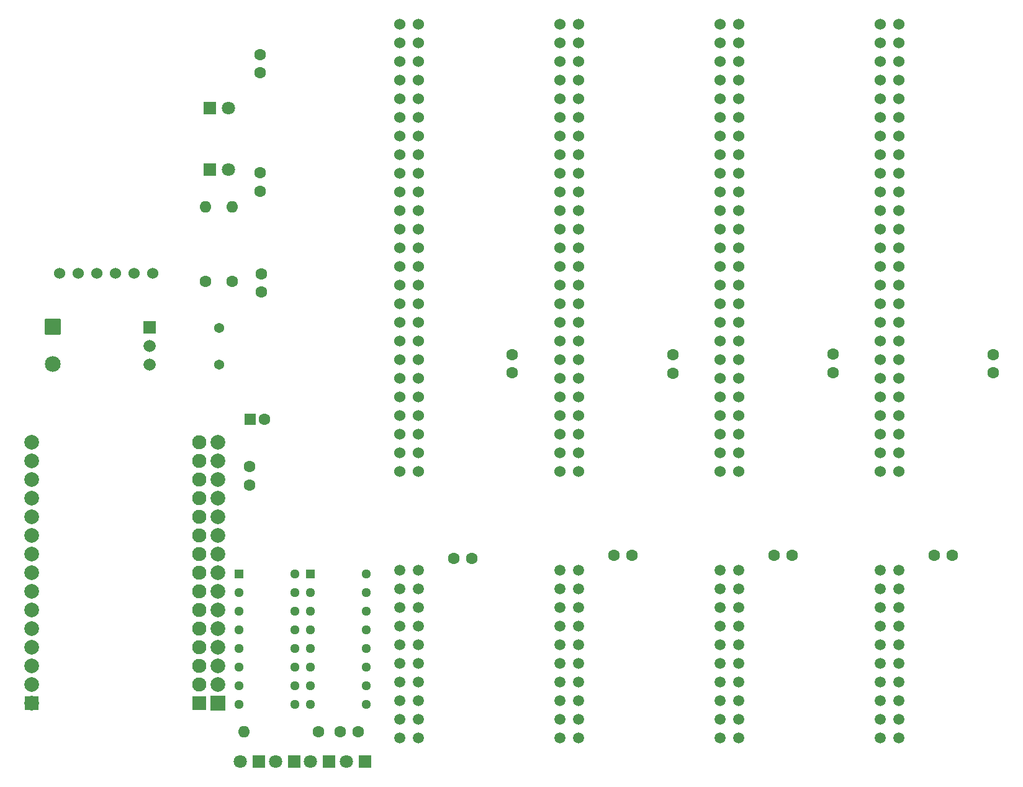
<source format=gbs>
G04 #@! TF.GenerationSoftware,KiCad,Pcbnew,(7.0.0)*
G04 #@! TF.CreationDate,2023-12-21T14:48:03-05:00*
G04 #@! TF.ProjectId,luminator,6c756d69-6e61-4746-9f72-2e6b69636164,rev?*
G04 #@! TF.SameCoordinates,Original*
G04 #@! TF.FileFunction,Soldermask,Bot*
G04 #@! TF.FilePolarity,Negative*
%FSLAX46Y46*%
G04 Gerber Fmt 4.6, Leading zero omitted, Abs format (unit mm)*
G04 Created by KiCad (PCBNEW (7.0.0)) date 2023-12-21 14:48:03*
%MOMM*%
%LPD*%
G01*
G04 APERTURE LIST*
G04 Aperture macros list*
%AMRoundRect*
0 Rectangle with rounded corners*
0 $1 Rounding radius*
0 $2 $3 $4 $5 $6 $7 $8 $9 X,Y pos of 4 corners*
0 Add a 4 corners polygon primitive as box body*
4,1,4,$2,$3,$4,$5,$6,$7,$8,$9,$2,$3,0*
0 Add four circle primitives for the rounded corners*
1,1,$1+$1,$2,$3*
1,1,$1+$1,$4,$5*
1,1,$1+$1,$6,$7*
1,1,$1+$1,$8,$9*
0 Add four rect primitives between the rounded corners*
20,1,$1+$1,$2,$3,$4,$5,0*
20,1,$1+$1,$4,$5,$6,$7,0*
20,1,$1+$1,$6,$7,$8,$9,0*
20,1,$1+$1,$8,$9,$2,$3,0*%
G04 Aperture macros list end*
%ADD10C,1.600000*%
%ADD11O,1.600000X1.600000*%
%ADD12R,1.800000X1.800000*%
%ADD13C,1.800000*%
%ADD14R,1.930000X1.930000*%
%ADD15C,1.930000*%
%ADD16R,1.600000X1.600000*%
%ADD17C,1.498600*%
%ADD18C,1.524000*%
%ADD19R,1.295400X1.295400*%
%ADD20C,1.295400*%
%ADD21R,1.665000X1.665000*%
%ADD22C,1.665000*%
%ADD23R,2.000000X2.000000*%
%ADD24C,2.000000*%
%ADD25RoundRect,0.102000X-0.975000X0.975000X-0.975000X-0.975000X0.975000X-0.975000X0.975000X0.975000X0*%
%ADD26C,2.154000*%
%ADD27C,1.371600*%
G04 APERTURE END LIST*
D10*
X88239600Y-130479800D03*
D11*
X78079599Y-130479799D03*
D12*
X80111599Y-134518399D03*
D13*
X77571600Y-134518400D03*
D12*
X84937599Y-134518399D03*
D13*
X82397600Y-134518400D03*
D12*
X89738199Y-134518399D03*
D13*
X87198200Y-134518400D03*
D12*
X94584599Y-134518399D03*
D13*
X92044600Y-134518400D03*
D10*
X93680600Y-130454400D03*
X91180600Y-130454400D03*
X78892400Y-96804800D03*
X78892400Y-94304800D03*
D14*
X72008999Y-126542799D03*
D15*
X72009000Y-124002800D03*
X72009000Y-121462800D03*
X72009000Y-118922800D03*
X72009000Y-116382800D03*
X72009000Y-113842800D03*
X72009000Y-111302800D03*
X72009000Y-108762800D03*
X72009000Y-106222800D03*
X72009000Y-103682800D03*
X72009000Y-101142800D03*
X72009000Y-98602800D03*
X72009000Y-96062800D03*
X72009000Y-93522800D03*
X72009000Y-90982800D03*
D14*
X49148999Y-126542799D03*
D15*
X49149000Y-124002800D03*
X49149000Y-121462800D03*
X49149000Y-118922800D03*
X49149000Y-116382800D03*
X49149000Y-113842800D03*
X49149000Y-111302800D03*
X49149000Y-108762800D03*
X49149000Y-106222800D03*
X49149000Y-103682800D03*
X49149000Y-101142800D03*
X49149000Y-98602800D03*
X49149000Y-96062800D03*
X49149000Y-93522800D03*
X49149000Y-90982800D03*
D10*
X76479400Y-69037200D03*
D11*
X76479399Y-58877199D03*
D16*
X78917799Y-87833199D03*
D10*
X80917800Y-87833200D03*
D17*
X101854000Y-131318000D03*
X99314000Y-131318000D03*
X101854000Y-128778000D03*
X99314000Y-128778000D03*
X101854000Y-126238000D03*
X99314000Y-126238000D03*
X101854000Y-123698000D03*
X99314000Y-123698000D03*
X101854000Y-121158000D03*
X99314000Y-121158000D03*
X101854000Y-118618000D03*
X99314000Y-118618000D03*
X101854000Y-116078000D03*
X99314000Y-116078000D03*
X101854000Y-113538000D03*
X99314000Y-113538000D03*
X101854000Y-110998000D03*
X99314000Y-110998000D03*
X101854000Y-108458000D03*
X99314000Y-108458000D03*
D18*
X167456401Y-94950999D03*
X164916401Y-94950999D03*
X167456401Y-92410999D03*
X164916401Y-92410999D03*
X167456401Y-89870999D03*
X164916401Y-89870999D03*
X167456401Y-87330999D03*
X164916401Y-87330999D03*
X167456401Y-84790999D03*
X164916401Y-84790999D03*
X167456401Y-82250999D03*
X164916401Y-82250999D03*
X167456401Y-79710999D03*
X164916401Y-79710999D03*
X167456401Y-77170999D03*
X164916401Y-77170999D03*
X167456401Y-74630999D03*
X164916401Y-74630999D03*
X167456401Y-72090999D03*
X164916401Y-72090999D03*
X167456401Y-69550999D03*
X164916401Y-69550999D03*
X167456401Y-67010999D03*
X164916401Y-67010999D03*
X167456401Y-64470999D03*
X164916401Y-64470999D03*
X167456401Y-61930999D03*
X164916401Y-61930999D03*
X167456401Y-59390999D03*
X164916401Y-59390999D03*
X167456401Y-56850999D03*
X164916401Y-56850999D03*
X167456401Y-54310999D03*
X164916401Y-54310999D03*
X167456401Y-51770999D03*
X164916401Y-51770999D03*
X167456401Y-49230999D03*
X164916401Y-49230999D03*
X167456401Y-46690999D03*
X164916401Y-46690999D03*
X167456401Y-44150999D03*
X164916401Y-44150999D03*
X167456401Y-41610999D03*
X164916401Y-41610999D03*
X167456401Y-39070999D03*
X164916401Y-39070999D03*
X167456401Y-36530999D03*
X164916401Y-36530999D03*
X167456401Y-33990999D03*
X164916401Y-33990999D03*
D19*
X77444599Y-108915199D03*
D20*
X77444600Y-111455200D03*
X77444600Y-113995200D03*
X77444600Y-116535200D03*
X77444600Y-119075200D03*
X77444600Y-121615200D03*
X77444600Y-124155200D03*
X77444600Y-126695200D03*
X85064600Y-126695200D03*
X85064600Y-124155200D03*
X85064600Y-121615200D03*
X85064600Y-119075200D03*
X85064600Y-116535200D03*
X85064600Y-113995200D03*
X85064600Y-111455200D03*
X85064600Y-108915200D03*
D12*
X73426399Y-45415199D03*
D13*
X75966400Y-45415200D03*
D10*
X180263800Y-81534000D03*
X180263800Y-79034000D03*
X109174600Y-106832400D03*
X106674600Y-106832400D03*
D17*
X145612401Y-131272999D03*
X143072401Y-131272999D03*
X145612401Y-128732999D03*
X143072401Y-128732999D03*
X145612401Y-126192999D03*
X143072401Y-126192999D03*
X145612401Y-123652999D03*
X143072401Y-123652999D03*
X145612401Y-121112999D03*
X143072401Y-121112999D03*
X145612401Y-118572999D03*
X143072401Y-118572999D03*
X145612401Y-116032999D03*
X143072401Y-116032999D03*
X145612401Y-113492999D03*
X143072401Y-113492999D03*
X145612401Y-110952999D03*
X143072401Y-110952999D03*
X145612401Y-108412999D03*
X143072401Y-108412999D03*
D10*
X174706600Y-106375200D03*
X172206600Y-106375200D03*
X80340200Y-56743600D03*
X80340200Y-54243600D03*
D17*
X167456401Y-131272999D03*
X164916401Y-131272999D03*
X167456401Y-128732999D03*
X164916401Y-128732999D03*
X167456401Y-126192999D03*
X164916401Y-126192999D03*
X167456401Y-123652999D03*
X164916401Y-123652999D03*
X167456401Y-121112999D03*
X164916401Y-121112999D03*
X167456401Y-118572999D03*
X164916401Y-118572999D03*
X167456401Y-116032999D03*
X164916401Y-116032999D03*
X167456401Y-113492999D03*
X164916401Y-113492999D03*
X167456401Y-110952999D03*
X164916401Y-110952999D03*
X167456401Y-108412999D03*
X164916401Y-108412999D03*
D10*
X152882600Y-106375200D03*
X150382600Y-106375200D03*
D21*
X65203799Y-75302749D03*
D22*
X65203800Y-77842750D03*
X65203800Y-80382750D03*
D10*
X158470600Y-81483200D03*
X158470600Y-78983200D03*
D18*
X65659000Y-67932300D03*
X52959000Y-67932300D03*
X60579000Y-67932300D03*
X58039000Y-67932300D03*
X63119000Y-67932300D03*
X55499000Y-67932300D03*
D17*
X123723400Y-131272999D03*
X121183400Y-131272999D03*
X123723400Y-128732999D03*
X121183400Y-128732999D03*
X123723400Y-126192999D03*
X121183400Y-126192999D03*
X123723400Y-123652999D03*
X121183400Y-123652999D03*
X123723400Y-121112999D03*
X121183400Y-121112999D03*
X123723400Y-118572999D03*
X121183400Y-118572999D03*
X123723400Y-116032999D03*
X121183400Y-116032999D03*
X123723400Y-113492999D03*
X121183400Y-113492999D03*
X123723400Y-110952999D03*
X121183400Y-110952999D03*
X123723400Y-108412999D03*
X121183400Y-108412999D03*
D18*
X101854000Y-94996000D03*
X99314000Y-94996000D03*
X101854000Y-92456000D03*
X99314000Y-92456000D03*
X101854000Y-89916000D03*
X99314000Y-89916000D03*
X101854000Y-87376000D03*
X99314000Y-87376000D03*
X101854000Y-84836000D03*
X99314000Y-84836000D03*
X101854000Y-82296000D03*
X99314000Y-82296000D03*
X101854000Y-79756000D03*
X99314000Y-79756000D03*
X101854000Y-77216000D03*
X99314000Y-77216000D03*
X101854000Y-74676000D03*
X99314000Y-74676000D03*
X101854000Y-72136000D03*
X99314000Y-72136000D03*
X101854000Y-69596000D03*
X99314000Y-69596000D03*
X101854000Y-67056000D03*
X99314000Y-67056000D03*
X101854000Y-64516000D03*
X99314000Y-64516000D03*
X101854000Y-61976000D03*
X99314000Y-61976000D03*
X101854000Y-59436000D03*
X99314000Y-59436000D03*
X101854000Y-56896000D03*
X99314000Y-56896000D03*
X101854000Y-54356000D03*
X99314000Y-54356000D03*
X101854000Y-51816000D03*
X99314000Y-51816000D03*
X101854000Y-49276000D03*
X99314000Y-49276000D03*
X101854000Y-46736000D03*
X99314000Y-46736000D03*
X101854000Y-44196000D03*
X99314000Y-44196000D03*
X101854000Y-41656000D03*
X99314000Y-41656000D03*
X101854000Y-39116000D03*
X99314000Y-39116000D03*
X101854000Y-36576000D03*
X99314000Y-36576000D03*
X101854000Y-34036000D03*
X99314000Y-34036000D03*
D10*
X136575800Y-81584800D03*
X136575800Y-79084800D03*
D23*
X74548999Y-126542799D03*
D24*
X74549000Y-124002800D03*
X74549000Y-121462800D03*
X74549000Y-118922800D03*
X74549000Y-116382800D03*
X74549000Y-113842800D03*
X74549000Y-111302800D03*
X74549000Y-108762800D03*
X74549000Y-106222800D03*
X74549000Y-103682800D03*
X74549000Y-101142800D03*
X74549000Y-98602800D03*
X74549000Y-96062800D03*
X74549000Y-93522800D03*
X74549000Y-90982800D03*
X49149000Y-90982800D03*
X49149000Y-93522800D03*
X49149000Y-96062800D03*
X49149000Y-98602800D03*
X49149000Y-101142800D03*
X49149000Y-103682800D03*
X49149000Y-106222800D03*
X49149000Y-108762800D03*
X49149000Y-111302800D03*
X49149000Y-113842800D03*
X49149000Y-116382800D03*
X49149000Y-118922800D03*
X49149000Y-121462800D03*
X49149000Y-124002800D03*
X49149000Y-126542800D03*
D19*
X87147399Y-108915199D03*
D20*
X87147400Y-111455200D03*
X87147400Y-113995200D03*
X87147400Y-116535200D03*
X87147400Y-119075200D03*
X87147400Y-121615200D03*
X87147400Y-124155200D03*
X87147400Y-126695200D03*
X94767400Y-126695200D03*
X94767400Y-124155200D03*
X94767400Y-121615200D03*
X94767400Y-119075200D03*
X94767400Y-116535200D03*
X94767400Y-113995200D03*
X94767400Y-111455200D03*
X94767400Y-108915200D03*
D12*
X73482199Y-53847999D03*
D13*
X76022200Y-53848000D03*
D25*
X52044600Y-75234800D03*
D26*
X52044600Y-80314800D03*
D18*
X123723400Y-94950999D03*
X121183400Y-94950999D03*
X123723400Y-92410999D03*
X121183400Y-92410999D03*
X123723400Y-89870999D03*
X121183400Y-89870999D03*
X123723400Y-87330999D03*
X121183400Y-87330999D03*
X123723400Y-84790999D03*
X121183400Y-84790999D03*
X123723400Y-82250999D03*
X121183400Y-82250999D03*
X123723400Y-79710999D03*
X121183400Y-79710999D03*
X123723400Y-77170999D03*
X121183400Y-77170999D03*
X123723400Y-74630999D03*
X121183400Y-74630999D03*
X123723400Y-72090999D03*
X121183400Y-72090999D03*
X123723400Y-69550999D03*
X121183400Y-69550999D03*
X123723400Y-67010999D03*
X121183400Y-67010999D03*
X123723400Y-64470999D03*
X121183400Y-64470999D03*
X123723400Y-61930999D03*
X121183400Y-61930999D03*
X123723400Y-59390999D03*
X121183400Y-59390999D03*
X123723400Y-56850999D03*
X121183400Y-56850999D03*
X123723400Y-54310999D03*
X121183400Y-54310999D03*
X123723400Y-51770999D03*
X121183400Y-51770999D03*
X123723400Y-49230999D03*
X121183400Y-49230999D03*
X123723400Y-46690999D03*
X121183400Y-46690999D03*
X123723400Y-44150999D03*
X121183400Y-44150999D03*
X123723400Y-41610999D03*
X121183400Y-41610999D03*
X123723400Y-39070999D03*
X121183400Y-39070999D03*
X123723400Y-36530999D03*
X121183400Y-36530999D03*
X123723400Y-33990999D03*
X121183400Y-33990999D03*
D10*
X80441800Y-70510400D03*
X80441800Y-68010400D03*
X80340200Y-40620000D03*
X80340200Y-38120000D03*
D27*
X74752200Y-75433550D03*
X74752200Y-80433550D03*
D18*
X145612401Y-94950999D03*
X143072401Y-94950999D03*
X145612401Y-92410999D03*
X143072401Y-92410999D03*
X145612401Y-89870999D03*
X143072401Y-89870999D03*
X145612401Y-87330999D03*
X143072401Y-87330999D03*
X145612401Y-84790999D03*
X143072401Y-84790999D03*
X145612401Y-82250999D03*
X143072401Y-82250999D03*
X145612401Y-79710999D03*
X143072401Y-79710999D03*
X145612401Y-77170999D03*
X143072401Y-77170999D03*
X145612401Y-74630999D03*
X143072401Y-74630999D03*
X145612401Y-72090999D03*
X143072401Y-72090999D03*
X145612401Y-69550999D03*
X143072401Y-69550999D03*
X145612401Y-67010999D03*
X143072401Y-67010999D03*
X145612401Y-64470999D03*
X143072401Y-64470999D03*
X145612401Y-61930999D03*
X143072401Y-61930999D03*
X145612401Y-59390999D03*
X143072401Y-59390999D03*
X145612401Y-56850999D03*
X143072401Y-56850999D03*
X145612401Y-54310999D03*
X143072401Y-54310999D03*
X145612401Y-51770999D03*
X143072401Y-51770999D03*
X145612401Y-49230999D03*
X143072401Y-49230999D03*
X145612401Y-46690999D03*
X143072401Y-46690999D03*
X145612401Y-44150999D03*
X143072401Y-44150999D03*
X145612401Y-41610999D03*
X143072401Y-41610999D03*
X145612401Y-39070999D03*
X143072401Y-39070999D03*
X145612401Y-36530999D03*
X143072401Y-36530999D03*
X145612401Y-33990999D03*
X143072401Y-33990999D03*
D10*
X131018600Y-106375200D03*
X128518600Y-106375200D03*
X114681000Y-81534000D03*
X114681000Y-79034000D03*
X72872600Y-69037200D03*
D11*
X72872599Y-58877199D03*
M02*

</source>
